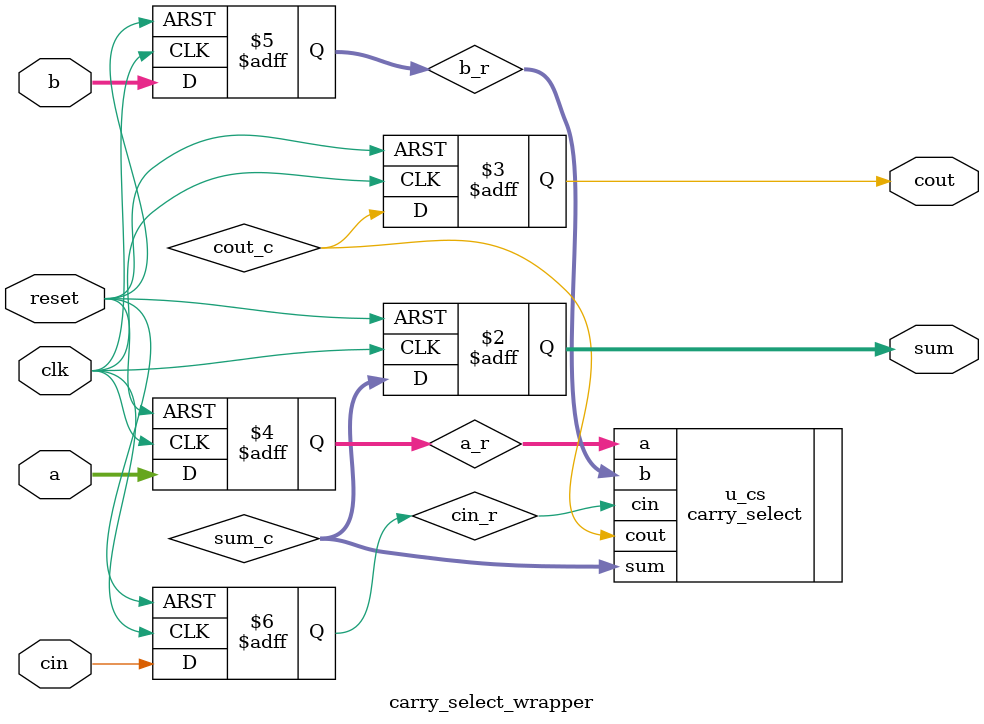
<source format=v>
`timescale 1ns / 1ps


module carry_select_wrapper (
    input  wire        clk,
    input  wire        reset,
    input  wire [7:0]  a,
    input  wire [7:0]  b,
    input  wire        cin,
    output reg  [7:0]  sum,
    output reg         cout
);
    // Input registers
    reg [7:0] a_r;
    reg [7:0] b_r;
    reg       cin_r;

    // Combinational adder
    wire [7:0] sum_c;
    wire       cout_c;

    carry_select u_cs (
        .a(a_r),
        .b(b_r),
        .cin(cin_r),
        .sum(sum_c),
        .cout(cout_c)
    );

    // Register outputs (one cycle latency)
    always @(posedge clk or posedge reset) begin
        if (reset) begin
            a_r   <= 8'b0;
            b_r   <= 8'b0;
            cin_r <= 1'b0;
            sum   <= 8'b0;
            cout  <= 1'b0;
        end else begin
            a_r   <= a;
            b_r   <= b;
            cin_r <= cin;
            sum   <= sum_c;
            cout  <= cout_c;
        end
    end
endmodule
</source>
